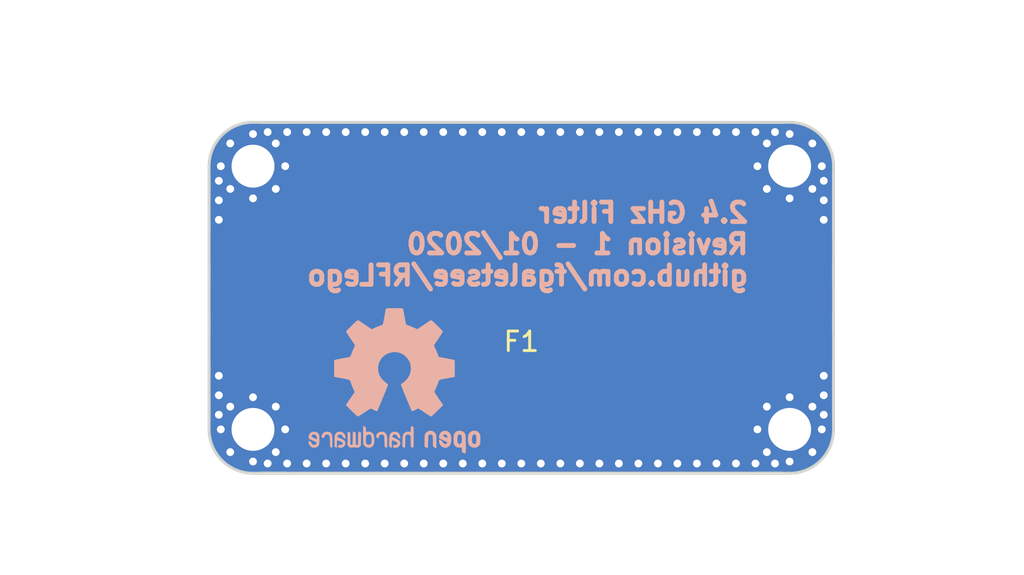
<source format=kicad_pcb>
(kicad_pcb (version 20171130) (host pcbnew "(5.1.4)-1")

  (general
    (thickness 1.6)
    (drawings 35)
    (tracks 72)
    (zones 0)
    (modules 8)
    (nets 4)
  )

  (page A4)
  (layers
    (0 F.Cu signal)
    (31 B.Cu signal)
    (32 B.Adhes user)
    (33 F.Adhes user)
    (34 B.Paste user)
    (35 F.Paste user)
    (36 B.SilkS user hide)
    (37 F.SilkS user)
    (38 B.Mask user hide)
    (39 F.Mask user hide)
    (40 Dwgs.User user)
    (41 Cmts.User user)
    (42 Eco1.User user)
    (43 Eco2.User user)
    (44 Edge.Cuts user)
    (45 Margin user)
    (46 B.CrtYd user)
    (47 F.CrtYd user)
    (48 B.Fab user)
    (49 F.Fab user hide)
  )

  (setup
    (last_trace_width 0.22)
    (trace_clearance 0.2)
    (zone_clearance 0)
    (zone_45_only no)
    (trace_min 0.2)
    (via_size 0.7)
    (via_drill 0.4)
    (via_min_size 0.6)
    (via_min_drill 0.3)
    (uvia_size 0.3)
    (uvia_drill 0.1)
    (uvias_allowed no)
    (uvia_min_size 0.2)
    (uvia_min_drill 0.1)
    (edge_width 0.15)
    (segment_width 0.15)
    (pcb_text_width 0.3)
    (pcb_text_size 1.5 1.5)
    (mod_edge_width 0.15)
    (mod_text_size 1 1)
    (mod_text_width 0.15)
    (pad_size 4.064 1.524)
    (pad_drill 0)
    (pad_to_mask_clearance 0.051)
    (solder_mask_min_width 0.25)
    (aux_axis_origin 100 100)
    (grid_origin 100 100)
    (visible_elements 7FFFFFFF)
    (pcbplotparams
      (layerselection 0x010fc_ffffffff)
      (usegerberextensions false)
      (usegerberattributes false)
      (usegerberadvancedattributes false)
      (creategerberjobfile false)
      (excludeedgelayer true)
      (linewidth 0.100000)
      (plotframeref false)
      (viasonmask false)
      (mode 1)
      (useauxorigin true)
      (hpglpennumber 1)
      (hpglpenspeed 20)
      (hpglpendiameter 15.000000)
      (psnegative false)
      (psa4output false)
      (plotreference true)
      (plotvalue true)
      (plotinvisibletext false)
      (padsonsilk false)
      (subtractmaskfromsilk false)
      (outputformat 1)
      (mirror false)
      (drillshape 0)
      (scaleselection 1)
      (outputdirectory ""))
  )

  (net 0 "")
  (net 1 GND)
  (net 2 "Net-(F1-Pad1)")
  (net 3 "Net-(F1-Pad2)")

  (net_class Default "This is the default net class."
    (clearance 0.2)
    (trace_width 0.22)
    (via_dia 0.7)
    (via_drill 0.4)
    (uvia_dia 0.3)
    (uvia_drill 0.1)
    (diff_pair_width 0.2)
    (diff_pair_gap 0.2)
    (add_net GND)
  )

  (net_class "50 Ohm thin" ""
    (clearance 0.19)
    (trace_width 1)
    (via_dia 0.7)
    (via_drill 0.4)
    (uvia_dia 0.3)
    (uvia_drill 0.1)
    (diff_pair_width 0.2)
    (diff_pair_gap 0.2)
    (add_net "Net-(F1-Pad1)")
    (add_net "Net-(F1-Pad2)")
  )

  (net_class 50Ohm ""
    (clearance 0.32)
    (trace_width 1.5)
    (via_dia 0.7)
    (via_drill 0.4)
    (uvia_dia 0.3)
    (uvia_drill 0.1)
    (diff_pair_width 0.2)
    (diff_pair_gap 0.2)
  )

  (module MountingHole:MountingHole_2.2mm_M2_Pad_Via (layer F.Cu) (tedit 5C589B5C) (tstamp 5C654A6F)
    (at 102.25 102.25)
    (descr "Mounting Hole 2.2mm, M2")
    (tags "mounting hole 2.2mm m2")
    (path /5C581276)
    (attr virtual)
    (fp_text reference H1 (at 0 -3.2) (layer F.SilkS) hide
      (effects (font (size 1 1) (thickness 0.15)))
    )
    (fp_text value MountingHole_Pad (at 0 3.2) (layer F.Fab)
      (effects (font (size 1 1) (thickness 0.15)))
    )
    (fp_text user %R (at 0.3 0) (layer F.Fab)
      (effects (font (size 1 1) (thickness 0.15)))
    )
    (fp_circle (center 0 0) (end 2.2 0) (layer Cmts.User) (width 0.15))
    (fp_circle (center 0 0) (end 2.45 0) (layer F.CrtYd) (width 0.05))
    (pad 1 thru_hole circle (at 0 0) (size 4.4 4.4) (drill 2.2) (layers *.Cu *.Mask)
      (net 1 GND))
    (pad 1 thru_hole circle (at 1.65 0) (size 0.7 0.7) (drill 0.4) (layers *.Cu *.Mask)
      (net 1 GND))
    (pad 1 thru_hole circle (at 1.166726 1.166726) (size 0.7 0.7) (drill 0.4) (layers *.Cu *.Mask)
      (net 1 GND))
    (pad 1 thru_hole circle (at 0 1.65) (size 0.7 0.7) (drill 0.4) (layers *.Cu *.Mask)
      (net 1 GND))
    (pad 1 thru_hole circle (at -1.166726 1.166726) (size 0.7 0.7) (drill 0.4) (layers *.Cu *.Mask)
      (net 1 GND))
    (pad 1 thru_hole circle (at -1.65 0) (size 0.7 0.7) (drill 0.4) (layers *.Cu *.Mask)
      (net 1 GND))
    (pad 1 thru_hole circle (at -1.166726 -1.166726) (size 0.7 0.7) (drill 0.4) (layers *.Cu *.Mask)
      (net 1 GND))
    (pad 1 thru_hole circle (at 0 -1.65) (size 0.7 0.7) (drill 0.4) (layers *.Cu *.Mask)
      (net 1 GND))
    (pad 1 thru_hole circle (at 1.166726 -1.166726) (size 0.7 0.7) (drill 0.4) (layers *.Cu *.Mask)
      (net 1 GND))
  )

  (module MountingHole:MountingHole_2.2mm_M2_Pad_Via (layer F.Cu) (tedit 5C589B60) (tstamp 5C654BAF)
    (at 102.25 115.75)
    (descr "Mounting Hole 2.2mm, M2")
    (tags "mounting hole 2.2mm m2")
    (path /5C58129C)
    (attr virtual)
    (fp_text reference H2 (at 0 -3.2) (layer F.SilkS) hide
      (effects (font (size 1 1) (thickness 0.15)))
    )
    (fp_text value MountingHole_Pad (at 0 3.2) (layer F.Fab)
      (effects (font (size 1 1) (thickness 0.15)))
    )
    (fp_circle (center 0 0) (end 2.45 0) (layer F.CrtYd) (width 0.05))
    (fp_circle (center 0 0) (end 2.2 0) (layer Cmts.User) (width 0.15))
    (fp_text user %R (at 0.3 0) (layer F.Fab)
      (effects (font (size 1 1) (thickness 0.15)))
    )
    (pad 1 thru_hole circle (at 1.166726 -1.166726) (size 0.7 0.7) (drill 0.4) (layers *.Cu *.Mask)
      (net 1 GND))
    (pad 1 thru_hole circle (at 0 -1.65) (size 0.7 0.7) (drill 0.4) (layers *.Cu *.Mask)
      (net 1 GND))
    (pad 1 thru_hole circle (at -1.166726 -1.166726) (size 0.7 0.7) (drill 0.4) (layers *.Cu *.Mask)
      (net 1 GND))
    (pad 1 thru_hole circle (at -1.65 0) (size 0.7 0.7) (drill 0.4) (layers *.Cu *.Mask)
      (net 1 GND))
    (pad 1 thru_hole circle (at -1.166726 1.166726) (size 0.7 0.7) (drill 0.4) (layers *.Cu *.Mask)
      (net 1 GND))
    (pad 1 thru_hole circle (at 0 1.65) (size 0.7 0.7) (drill 0.4) (layers *.Cu *.Mask)
      (net 1 GND))
    (pad 1 thru_hole circle (at 1.166726 1.166726) (size 0.7 0.7) (drill 0.4) (layers *.Cu *.Mask)
      (net 1 GND))
    (pad 1 thru_hole circle (at 1.65 0) (size 0.7 0.7) (drill 0.4) (layers *.Cu *.Mask)
      (net 1 GND))
    (pad 1 thru_hole circle (at 0 0) (size 4.4 4.4) (drill 2.2) (layers *.Cu *.Mask)
      (net 1 GND))
  )

  (module MountingHole:MountingHole_2.2mm_M2_Pad_Via (layer F.Cu) (tedit 5C589B6A) (tstamp 5C654A8F)
    (at 129.75 102.25)
    (descr "Mounting Hole 2.2mm, M2")
    (tags "mounting hole 2.2mm m2")
    (path /5C589BDE)
    (attr virtual)
    (fp_text reference H3 (at 0 -3.2) (layer F.SilkS) hide
      (effects (font (size 1 1) (thickness 0.15)))
    )
    (fp_text value MountingHole_Pad (at 0 3.2) (layer F.Fab)
      (effects (font (size 1 1) (thickness 0.15)))
    )
    (fp_text user %R (at 0.3 0) (layer F.Fab)
      (effects (font (size 1 1) (thickness 0.15)))
    )
    (fp_circle (center 0 0) (end 2.2 0) (layer Cmts.User) (width 0.15))
    (fp_circle (center 0 0) (end 2.45 0) (layer F.CrtYd) (width 0.05))
    (pad 1 thru_hole circle (at 0 0) (size 4.4 4.4) (drill 2.2) (layers *.Cu *.Mask)
      (net 1 GND))
    (pad 1 thru_hole circle (at 1.65 0) (size 0.7 0.7) (drill 0.4) (layers *.Cu *.Mask)
      (net 1 GND))
    (pad 1 thru_hole circle (at 1.166726 1.166726) (size 0.7 0.7) (drill 0.4) (layers *.Cu *.Mask)
      (net 1 GND))
    (pad 1 thru_hole circle (at 0 1.65) (size 0.7 0.7) (drill 0.4) (layers *.Cu *.Mask)
      (net 1 GND))
    (pad 1 thru_hole circle (at -1.166726 1.166726) (size 0.7 0.7) (drill 0.4) (layers *.Cu *.Mask)
      (net 1 GND))
    (pad 1 thru_hole circle (at -1.65 0) (size 0.7 0.7) (drill 0.4) (layers *.Cu *.Mask)
      (net 1 GND))
    (pad 1 thru_hole circle (at -1.166726 -1.166726) (size 0.7 0.7) (drill 0.4) (layers *.Cu *.Mask)
      (net 1 GND))
    (pad 1 thru_hole circle (at 0 -1.65) (size 0.7 0.7) (drill 0.4) (layers *.Cu *.Mask)
      (net 1 GND))
    (pad 1 thru_hole circle (at 1.166726 -1.166726) (size 0.7 0.7) (drill 0.4) (layers *.Cu *.Mask)
      (net 1 GND))
  )

  (module MountingHole:MountingHole_2.2mm_M2_Pad_Via (layer F.Cu) (tedit 5C589B67) (tstamp 5C654A9F)
    (at 129.75 115.75)
    (descr "Mounting Hole 2.2mm, M2")
    (tags "mounting hole 2.2mm m2")
    (path /5C589CB1)
    (attr virtual)
    (fp_text reference H4 (at 0 -3.2) (layer F.SilkS) hide
      (effects (font (size 1 1) (thickness 0.15)))
    )
    (fp_text value MountingHole_Pad (at 0 3.2) (layer F.Fab)
      (effects (font (size 1 1) (thickness 0.15)))
    )
    (fp_circle (center 0 0) (end 2.45 0) (layer F.CrtYd) (width 0.05))
    (fp_circle (center 0 0) (end 2.2 0) (layer Cmts.User) (width 0.15))
    (fp_text user %R (at 0.3 0) (layer F.Fab)
      (effects (font (size 1 1) (thickness 0.15)))
    )
    (pad 1 thru_hole circle (at 1.166726 -1.166726) (size 0.7 0.7) (drill 0.4) (layers *.Cu *.Mask)
      (net 1 GND))
    (pad 1 thru_hole circle (at 0 -1.65) (size 0.7 0.7) (drill 0.4) (layers *.Cu *.Mask)
      (net 1 GND))
    (pad 1 thru_hole circle (at -1.166726 -1.166726) (size 0.7 0.7) (drill 0.4) (layers *.Cu *.Mask)
      (net 1 GND))
    (pad 1 thru_hole circle (at -1.65 0) (size 0.7 0.7) (drill 0.4) (layers *.Cu *.Mask)
      (net 1 GND))
    (pad 1 thru_hole circle (at -1.166726 1.166726) (size 0.7 0.7) (drill 0.4) (layers *.Cu *.Mask)
      (net 1 GND))
    (pad 1 thru_hole circle (at 0 1.65) (size 0.7 0.7) (drill 0.4) (layers *.Cu *.Mask)
      (net 1 GND))
    (pad 1 thru_hole circle (at 1.166726 1.166726) (size 0.7 0.7) (drill 0.4) (layers *.Cu *.Mask)
      (net 1 GND))
    (pad 1 thru_hole circle (at 1.65 0) (size 0.7 0.7) (drill 0.4) (layers *.Cu *.Mask)
      (net 1 GND))
    (pad 1 thru_hole circle (at 0 0) (size 4.4 4.4) (drill 2.2) (layers *.Cu *.Mask)
      (net 1 GND))
  )

  (module RFLego_Footprint:SMA_Edge (layer F.Cu) (tedit 5C589B63) (tstamp 5C654AA8)
    (at 100 109)
    (path /5C58165C)
    (fp_text reference J1 (at 2.1336 4.6482) (layer F.SilkS) hide
      (effects (font (size 1 1) (thickness 0.15)))
    )
    (fp_text value SMA (at 1.27 6.35) (layer F.Fab) hide
      (effects (font (size 1 1) (thickness 0.15)))
    )
    (pad 1 smd rect (at 2.032 0) (size 4.064 1.524) (layers F.Cu F.Mask)
      (net 2 "Net-(F1-Pad1)"))
    (pad 2 smd rect (at 2.032 -2.54) (size 4.064 1.524) (layers F.Cu F.Mask)
      (net 1 GND))
    (pad 2 smd rect (at 2.032 2.54) (size 4.064 1.524) (layers B.Cu B.Mask)
      (net 1 GND))
    (pad 2 smd rect (at 2.032 -2.54) (size 4.064 1.524) (layers B.Cu B.Mask)
      (net 1 GND))
    (pad 2 smd rect (at 2.032 2.54) (size 4.064 1.524) (layers F.Cu F.Mask)
      (net 1 GND))
  )

  (module RFLego_Footprint:SMA_Edge (layer F.Cu) (tedit 5C58AA95) (tstamp 5C654AB1)
    (at 127.968 109)
    (path /5C581B40)
    (fp_text reference J2 (at 2.1336 4.6482) (layer F.SilkS) hide
      (effects (font (size 1 1) (thickness 0.15)))
    )
    (fp_text value SMA (at 1.27 6.35) (layer F.Fab) hide
      (effects (font (size 1 1) (thickness 0.15)))
    )
    (pad 2 smd rect (at 2.032 2.54) (size 4.064 1.524) (layers F.Cu F.Mask)
      (net 1 GND))
    (pad 2 smd rect (at 2.032 -2.54) (size 4.064 1.524) (layers B.Cu B.Mask)
      (net 1 GND))
    (pad 2 smd rect (at 2.032 2.54) (size 4.064 1.524) (layers B.Cu B.Mask)
      (net 1 GND))
    (pad 2 smd rect (at 2.032 -2.54) (size 4.064 1.524) (layers F.Cu F.Mask)
      (net 1 GND))
    (pad 1 smd rect (at 2.032 0) (size 4.064 1.524) (layers F.Cu F.Mask)
      (net 3 "Net-(F1-Pad2)"))
  )

  (module Symbol:OSHW-Logo2_9.8x8mm_SilkScreen (layer B.Cu) (tedit 0) (tstamp 5C71C66D)
    (at 109.5 113.25 180)
    (descr "Open Source Hardware Symbol")
    (tags "Logo Symbol OSHW")
    (attr virtual)
    (fp_text reference REF** (at 0 0 180) (layer B.SilkS) hide
      (effects (font (size 1 1) (thickness 0.15)) (justify mirror))
    )
    (fp_text value OSHW-Logo2_9.8x8mm_SilkScreen (at 0.75 0 180) (layer B.Fab) hide
      (effects (font (size 1 1) (thickness 0.15)) (justify mirror))
    )
    (fp_poly (pts (xy 0.139878 3.712224) (xy 0.245612 3.711645) (xy 0.322132 3.710078) (xy 0.374372 3.707028)
      (xy 0.407263 3.702004) (xy 0.425737 3.694511) (xy 0.434727 3.684056) (xy 0.439163 3.670147)
      (xy 0.439594 3.668346) (xy 0.446333 3.635855) (xy 0.458808 3.571748) (xy 0.475719 3.482849)
      (xy 0.495771 3.375981) (xy 0.517664 3.257967) (xy 0.518429 3.253822) (xy 0.540359 3.138169)
      (xy 0.560877 3.035986) (xy 0.578659 2.953402) (xy 0.592381 2.896544) (xy 0.600718 2.871542)
      (xy 0.601116 2.871099) (xy 0.625677 2.85889) (xy 0.676315 2.838544) (xy 0.742095 2.814455)
      (xy 0.742461 2.814326) (xy 0.825317 2.783182) (xy 0.923 2.743509) (xy 1.015077 2.703619)
      (xy 1.019434 2.701647) (xy 1.169407 2.63358) (xy 1.501498 2.860361) (xy 1.603374 2.929496)
      (xy 1.695657 2.991303) (xy 1.773003 3.042267) (xy 1.830064 3.078873) (xy 1.861495 3.097606)
      (xy 1.864479 3.098996) (xy 1.887321 3.09281) (xy 1.929982 3.062965) (xy 1.994128 3.008053)
      (xy 2.081421 2.926666) (xy 2.170535 2.840078) (xy 2.256441 2.754753) (xy 2.333327 2.676892)
      (xy 2.396564 2.611303) (xy 2.441523 2.562795) (xy 2.463576 2.536175) (xy 2.464396 2.534805)
      (xy 2.466834 2.516537) (xy 2.45765 2.486705) (xy 2.434574 2.441279) (xy 2.395337 2.37623)
      (xy 2.33767 2.28753) (xy 2.260795 2.173343) (xy 2.19257 2.072838) (xy 2.131582 1.982697)
      (xy 2.081356 1.908151) (xy 2.045416 1.854435) (xy 2.027287 1.826782) (xy 2.026146 1.824905)
      (xy 2.028359 1.79841) (xy 2.045138 1.746914) (xy 2.073142 1.680149) (xy 2.083122 1.658828)
      (xy 2.126672 1.563841) (xy 2.173134 1.456063) (xy 2.210877 1.362808) (xy 2.238073 1.293594)
      (xy 2.259675 1.240994) (xy 2.272158 1.213503) (xy 2.273709 1.211384) (xy 2.296668 1.207876)
      (xy 2.350786 1.198262) (xy 2.428868 1.183911) (xy 2.523719 1.166193) (xy 2.628143 1.146475)
      (xy 2.734944 1.126126) (xy 2.836926 1.106514) (xy 2.926894 1.089009) (xy 2.997653 1.074978)
      (xy 3.042006 1.065791) (xy 3.052885 1.063193) (xy 3.064122 1.056782) (xy 3.072605 1.042303)
      (xy 3.078714 1.014867) (xy 3.082832 0.969589) (xy 3.085341 0.90158) (xy 3.086621 0.805953)
      (xy 3.087054 0.67782) (xy 3.087077 0.625299) (xy 3.087077 0.198155) (xy 2.9845 0.177909)
      (xy 2.927431 0.16693) (xy 2.842269 0.150905) (xy 2.739372 0.131767) (xy 2.629096 0.111449)
      (xy 2.598615 0.105868) (xy 2.496855 0.086083) (xy 2.408205 0.066627) (xy 2.340108 0.049303)
      (xy 2.300004 0.035912) (xy 2.293323 0.031921) (xy 2.276919 0.003658) (xy 2.253399 -0.051109)
      (xy 2.227316 -0.121588) (xy 2.222142 -0.136769) (xy 2.187956 -0.230896) (xy 2.145523 -0.337101)
      (xy 2.103997 -0.432473) (xy 2.103792 -0.432916) (xy 2.03464 -0.582525) (xy 2.489512 -1.251617)
      (xy 2.1975 -1.544116) (xy 2.10918 -1.63117) (xy 2.028625 -1.707909) (xy 1.96036 -1.770237)
      (xy 1.908908 -1.814056) (xy 1.878794 -1.83527) (xy 1.874474 -1.836616) (xy 1.849111 -1.826016)
      (xy 1.797358 -1.796547) (xy 1.724868 -1.751705) (xy 1.637294 -1.694984) (xy 1.542612 -1.631462)
      (xy 1.446516 -1.566668) (xy 1.360837 -1.510287) (xy 1.291016 -1.465788) (xy 1.242494 -1.436639)
      (xy 1.220782 -1.426308) (xy 1.194293 -1.43505) (xy 1.144062 -1.458087) (xy 1.080451 -1.490631)
      (xy 1.073708 -1.494249) (xy 0.988046 -1.53721) (xy 0.929306 -1.558279) (xy 0.892772 -1.558503)
      (xy 0.873731 -1.538928) (xy 0.87362 -1.538654) (xy 0.864102 -1.515472) (xy 0.841403 -1.460441)
      (xy 0.807282 -1.377822) (xy 0.7635 -1.271872) (xy 0.711816 -1.146852) (xy 0.653992 -1.00702)
      (xy 0.597991 -0.871637) (xy 0.536447 -0.722234) (xy 0.479939 -0.583832) (xy 0.430161 -0.460673)
      (xy 0.388806 -0.357002) (xy 0.357568 -0.277059) (xy 0.338141 -0.225088) (xy 0.332154 -0.205692)
      (xy 0.347168 -0.183443) (xy 0.386439 -0.147982) (xy 0.438807 -0.108887) (xy 0.587941 0.014755)
      (xy 0.704511 0.156478) (xy 0.787118 0.313296) (xy 0.834366 0.482225) (xy 0.844857 0.660278)
      (xy 0.837231 0.742461) (xy 0.795682 0.912969) (xy 0.724123 1.063541) (xy 0.626995 1.192691)
      (xy 0.508734 1.298936) (xy 0.37378 1.38079) (xy 0.226571 1.436768) (xy 0.071544 1.465385)
      (xy -0.086861 1.465156) (xy -0.244206 1.434595) (xy -0.396054 1.372218) (xy -0.537965 1.27654)
      (xy -0.597197 1.222428) (xy -0.710797 1.08348) (xy -0.789894 0.931639) (xy -0.835014 0.771333)
      (xy -0.846684 0.606988) (xy -0.825431 0.443029) (xy -0.77178 0.283882) (xy -0.68626 0.133975)
      (xy -0.569395 -0.002267) (xy -0.438807 -0.108887) (xy -0.384412 -0.149642) (xy -0.345986 -0.184718)
      (xy -0.332154 -0.205726) (xy -0.339397 -0.228635) (xy -0.359995 -0.283365) (xy -0.392254 -0.365672)
      (xy -0.434479 -0.471315) (xy -0.484977 -0.59605) (xy -0.542052 -0.735636) (xy -0.598146 -0.87167)
      (xy -0.660033 -1.021201) (xy -0.717356 -1.159767) (xy -0.768356 -1.283107) (xy -0.811273 -1.386964)
      (xy -0.844347 -1.46708) (xy -0.865819 -1.519195) (xy -0.873775 -1.538654) (xy -0.892571 -1.558423)
      (xy -0.928926 -1.558365) (xy -0.987521 -1.537441) (xy -1.073032 -1.494613) (xy -1.073708 -1.494249)
      (xy -1.138093 -1.461012) (xy -1.190139 -1.436802) (xy -1.219488 -1.426404) (xy -1.220783 -1.426308)
      (xy -1.242876 -1.436855) (xy -1.291652 -1.466184) (xy -1.361669 -1.510827) (xy -1.447486 -1.567314)
      (xy -1.542612 -1.631462) (xy -1.63946 -1.696411) (xy -1.726747 -1.752896) (xy -1.798819 -1.797421)
      (xy -1.850023 -1.82649) (xy -1.874474 -1.836616) (xy -1.89699 -1.823307) (xy -1.942258 -1.786112)
      (xy -2.005756 -1.729128) (xy -2.082961 -1.656449) (xy -2.169349 -1.572171) (xy -2.197601 -1.544016)
      (xy -2.489713 -1.251416) (xy -2.267369 -0.925104) (xy -2.199798 -0.824897) (xy -2.140493 -0.734963)
      (xy -2.092783 -0.66051) (xy -2.059993 -0.606751) (xy -2.045452 -0.578894) (xy -2.045026 -0.576912)
      (xy -2.052692 -0.550655) (xy -2.073311 -0.497837) (xy -2.103315 -0.42731) (xy -2.124375 -0.380093)
      (xy -2.163752 -0.289694) (xy -2.200835 -0.198366) (xy -2.229585 -0.1212) (xy -2.237395 -0.097692)
      (xy -2.259583 -0.034916) (xy -2.281273 0.013589) (xy -2.293187 0.031921) (xy -2.319477 0.043141)
      (xy -2.376858 0.059046) (xy -2.457882 0.077833) (xy -2.555105 0.097701) (xy -2.598615 0.105868)
      (xy -2.709104 0.126171) (xy -2.815084 0.14583) (xy -2.906199 0.162912) (xy -2.972092 0.175482)
      (xy -2.9845 0.177909) (xy -3.087077 0.198155) (xy -3.087077 0.625299) (xy -3.086847 0.765754)
      (xy -3.085901 0.872021) (xy -3.083859 0.948987) (xy -3.080338 1.00154) (xy -3.074957 1.034567)
      (xy -3.067334 1.052955) (xy -3.057088 1.061592) (xy -3.052885 1.063193) (xy -3.02753 1.068873)
      (xy -2.971516 1.080205) (xy -2.892036 1.095821) (xy -2.796288 1.114353) (xy -2.691467 1.134431)
      (xy -2.584768 1.154688) (xy -2.483387 1.173754) (xy -2.394521 1.190261) (xy -2.325363 1.202841)
      (xy -2.283111 1.210125) (xy -2.27371 1.211384) (xy -2.265193 1.228237) (xy -2.24634 1.27313)
      (xy -2.220676 1.33757) (xy -2.210877 1.362808) (xy -2.171352 1.460314) (xy -2.124808 1.568041)
      (xy -2.083123 1.658828) (xy -2.05245 1.728247) (xy -2.032044 1.78529) (xy -2.025232 1.820223)
      (xy -2.026318 1.824905) (xy -2.040715 1.847009) (xy -2.073588 1.896169) (xy -2.12141 1.967152)
      (xy -2.180652 2.054722) (xy -2.247785 2.153643) (xy -2.261059 2.17317) (xy -2.338954 2.28886)
      (xy -2.396213 2.376956) (xy -2.435119 2.441514) (xy -2.457956 2.486589) (xy -2.467006 2.516237)
      (xy -2.464552 2.534515) (xy -2.464489 2.534631) (xy -2.445173 2.558639) (xy -2.402449 2.605053)
      (xy -2.340949 2.669063) (xy -2.265302 2.745855) (xy -2.180139 2.830618) (xy -2.170535 2.840078)
      (xy -2.06321 2.944011) (xy -1.980385 3.020325) (xy -1.920395 3.070429) (xy -1.881577 3.09573)
      (xy -1.86448 3.098996) (xy -1.839527 3.08475) (xy -1.787745 3.051844) (xy -1.71448 3.003792)
      (xy -1.62508 2.94411) (xy -1.524889 2.876312) (xy -1.501499 2.860361) (xy -1.169407 2.63358)
      (xy -1.019435 2.701647) (xy -0.92823 2.741315) (xy -0.830331 2.781209) (xy -0.746169 2.813017)
      (xy -0.742462 2.814326) (xy -0.676631 2.838424) (xy -0.625884 2.8588) (xy -0.601158 2.871064)
      (xy -0.601116 2.871099) (xy -0.593271 2.893266) (xy -0.579934 2.947783) (xy -0.56243 3.02852)
      (xy -0.542083 3.12935) (xy -0.520218 3.244144) (xy -0.518429 3.253822) (xy -0.496496 3.372096)
      (xy -0.47636 3.479458) (xy -0.45932 3.569083) (xy -0.446672 3.634149) (xy -0.439716 3.667832)
      (xy -0.439594 3.668346) (xy -0.435361 3.682675) (xy -0.427129 3.693493) (xy -0.409967 3.701294)
      (xy -0.378942 3.706571) (xy -0.329122 3.709818) (xy -0.255576 3.711528) (xy -0.153371 3.712193)
      (xy -0.017575 3.712307) (xy 0 3.712308) (xy 0.139878 3.712224)) (layer B.SilkS) (width 0.01))
    (fp_poly (pts (xy 4.245224 -2.647838) (xy 4.322528 -2.698361) (xy 4.359814 -2.74359) (xy 4.389353 -2.825663)
      (xy 4.391699 -2.890607) (xy 4.386385 -2.977445) (xy 4.186115 -3.065103) (xy 4.088739 -3.109887)
      (xy 4.025113 -3.145913) (xy 3.992029 -3.177117) (xy 3.98628 -3.207436) (xy 4.004658 -3.240805)
      (xy 4.024923 -3.262923) (xy 4.083889 -3.298393) (xy 4.148024 -3.300879) (xy 4.206926 -3.273235)
      (xy 4.250197 -3.21832) (xy 4.257936 -3.198928) (xy 4.295006 -3.138364) (xy 4.337654 -3.112552)
      (xy 4.396154 -3.090471) (xy 4.396154 -3.174184) (xy 4.390982 -3.23115) (xy 4.370723 -3.279189)
      (xy 4.328262 -3.334346) (xy 4.321951 -3.341514) (xy 4.27472 -3.390585) (xy 4.234121 -3.41692)
      (xy 4.183328 -3.429035) (xy 4.14122 -3.433003) (xy 4.065902 -3.433991) (xy 4.012286 -3.421466)
      (xy 3.978838 -3.402869) (xy 3.926268 -3.361975) (xy 3.889879 -3.317748) (xy 3.86685 -3.262126)
      (xy 3.854359 -3.187047) (xy 3.849587 -3.084449) (xy 3.849206 -3.032376) (xy 3.850501 -2.969948)
      (xy 3.968471 -2.969948) (xy 3.969839 -3.003438) (xy 3.973249 -3.008923) (xy 3.995753 -3.001472)
      (xy 4.044182 -2.981753) (xy 4.108908 -2.953718) (xy 4.122443 -2.947692) (xy 4.204244 -2.906096)
      (xy 4.249312 -2.869538) (xy 4.259217 -2.835296) (xy 4.235526 -2.800648) (xy 4.21596 -2.785339)
      (xy 4.14536 -2.754721) (xy 4.07928 -2.75978) (xy 4.023959 -2.797151) (xy 3.985636 -2.863473)
      (xy 3.973349 -2.916116) (xy 3.968471 -2.969948) (xy 3.850501 -2.969948) (xy 3.85173 -2.91072)
      (xy 3.861032 -2.82071) (xy 3.87946 -2.755167) (xy 3.90936 -2.706912) (xy 3.95308 -2.668767)
      (xy 3.972141 -2.65644) (xy 4.058726 -2.624336) (xy 4.153522 -2.622316) (xy 4.245224 -2.647838)) (layer B.SilkS) (width 0.01))
    (fp_poly (pts (xy 3.570807 -2.636782) (xy 3.594161 -2.646988) (xy 3.649902 -2.691134) (xy 3.697569 -2.754967)
      (xy 3.727048 -2.823087) (xy 3.731846 -2.85667) (xy 3.71576 -2.903556) (xy 3.680475 -2.928365)
      (xy 3.642644 -2.943387) (xy 3.625321 -2.946155) (xy 3.616886 -2.926066) (xy 3.60023 -2.882351)
      (xy 3.592923 -2.862598) (xy 3.551948 -2.794271) (xy 3.492622 -2.760191) (xy 3.416552 -2.761239)
      (xy 3.410918 -2.762581) (xy 3.370305 -2.781836) (xy 3.340448 -2.819375) (xy 3.320055 -2.879809)
      (xy 3.307836 -2.967751) (xy 3.3025 -3.087813) (xy 3.302 -3.151698) (xy 3.301752 -3.252403)
      (xy 3.300126 -3.321054) (xy 3.295801 -3.364673) (xy 3.287454 -3.390282) (xy 3.273765 -3.404903)
      (xy 3.253411 -3.415558) (xy 3.252234 -3.416095) (xy 3.213038 -3.432667) (xy 3.193619 -3.438769)
      (xy 3.190635 -3.420319) (xy 3.188081 -3.369323) (xy 3.18614 -3.292308) (xy 3.184997 -3.195805)
      (xy 3.184769 -3.125184) (xy 3.185932 -2.988525) (xy 3.190479 -2.884851) (xy 3.199999 -2.808108)
      (xy 3.216081 -2.752246) (xy 3.240313 -2.711212) (xy 3.274286 -2.678954) (xy 3.307833 -2.65644)
      (xy 3.388499 -2.626476) (xy 3.482381 -2.619718) (xy 3.570807 -2.636782)) (layer B.SilkS) (width 0.01))
    (fp_poly (pts (xy 2.887333 -2.633528) (xy 2.94359 -2.659117) (xy 2.987747 -2.690124) (xy 3.020101 -2.724795)
      (xy 3.042438 -2.76952) (xy 3.056546 -2.830692) (xy 3.064211 -2.914701) (xy 3.06722 -3.02794)
      (xy 3.067538 -3.102509) (xy 3.067538 -3.39342) (xy 3.017773 -3.416095) (xy 2.978576 -3.432667)
      (xy 2.959157 -3.438769) (xy 2.955442 -3.42061) (xy 2.952495 -3.371648) (xy 2.950691 -3.300153)
      (xy 2.950308 -3.243385) (xy 2.948661 -3.161371) (xy 2.944222 -3.096309) (xy 2.93774 -3.056467)
      (xy 2.93259 -3.048) (xy 2.897977 -3.056646) (xy 2.84364 -3.078823) (xy 2.780722 -3.108886)
      (xy 2.720368 -3.141192) (xy 2.673721 -3.170098) (xy 2.651926 -3.189961) (xy 2.651839 -3.190175)
      (xy 2.653714 -3.226935) (xy 2.670525 -3.262026) (xy 2.700039 -3.290528) (xy 2.743116 -3.300061)
      (xy 2.779932 -3.29895) (xy 2.832074 -3.298133) (xy 2.859444 -3.310349) (xy 2.875882 -3.342624)
      (xy 2.877955 -3.34871) (xy 2.885081 -3.394739) (xy 2.866024 -3.422687) (xy 2.816353 -3.436007)
      (xy 2.762697 -3.43847) (xy 2.666142 -3.42021) (xy 2.616159 -3.394131) (xy 2.554429 -3.332868)
      (xy 2.52169 -3.25767) (xy 2.518753 -3.178211) (xy 2.546424 -3.104167) (xy 2.588047 -3.057769)
      (xy 2.629604 -3.031793) (xy 2.694922 -2.998907) (xy 2.771038 -2.965557) (xy 2.783726 -2.960461)
      (xy 2.867333 -2.923565) (xy 2.91553 -2.891046) (xy 2.93103 -2.858718) (xy 2.91655 -2.822394)
      (xy 2.891692 -2.794) (xy 2.832939 -2.759039) (xy 2.768293 -2.756417) (xy 2.709008 -2.783358)
      (xy 2.666339 -2.837088) (xy 2.660739 -2.85095) (xy 2.628133 -2.901936) (xy 2.58053 -2.939787)
      (xy 2.520461 -2.97085) (xy 2.520461 -2.882768) (xy 2.523997 -2.828951) (xy 2.539156 -2.786534)
      (xy 2.572768 -2.741279) (xy 2.605035 -2.70642) (xy 2.655209 -2.657062) (xy 2.694193 -2.630547)
      (xy 2.736064 -2.619911) (xy 2.78346 -2.618154) (xy 2.887333 -2.633528)) (layer B.SilkS) (width 0.01))
    (fp_poly (pts (xy 2.395929 -2.636662) (xy 2.398911 -2.688068) (xy 2.401247 -2.766192) (xy 2.402749 -2.864857)
      (xy 2.403231 -2.968343) (xy 2.403231 -3.318533) (xy 2.341401 -3.380363) (xy 2.298793 -3.418462)
      (xy 2.26139 -3.433895) (xy 2.21027 -3.432918) (xy 2.189978 -3.430433) (xy 2.126554 -3.4232)
      (xy 2.074095 -3.419055) (xy 2.061308 -3.418672) (xy 2.018199 -3.421176) (xy 1.956544 -3.427462)
      (xy 1.932638 -3.430433) (xy 1.873922 -3.435028) (xy 1.834464 -3.425046) (xy 1.795338 -3.394228)
      (xy 1.781215 -3.380363) (xy 1.719385 -3.318533) (xy 1.719385 -2.663503) (xy 1.76915 -2.640829)
      (xy 1.812002 -2.624034) (xy 1.837073 -2.618154) (xy 1.843501 -2.636736) (xy 1.849509 -2.688655)
      (xy 1.854697 -2.768172) (xy 1.858664 -2.869546) (xy 1.860577 -2.955192) (xy 1.865923 -3.292231)
      (xy 1.91256 -3.298825) (xy 1.954976 -3.294214) (xy 1.97576 -3.279287) (xy 1.98157 -3.251377)
      (xy 1.98653 -3.191925) (xy 1.990246 -3.108466) (xy 1.992324 -3.008532) (xy 1.992624 -2.957104)
      (xy 1.992923 -2.661054) (xy 2.054454 -2.639604) (xy 2.098004 -2.62502) (xy 2.121694 -2.618219)
      (xy 2.122377 -2.618154) (xy 2.124754 -2.636642) (xy 2.127366 -2.687906) (xy 2.129995 -2.765649)
      (xy 2.132421 -2.863574) (xy 2.134115 -2.955192) (xy 2.139461 -3.292231) (xy 2.256692 -3.292231)
      (xy 2.262072 -2.984746) (xy 2.267451 -2.677261) (xy 2.324601 -2.647707) (xy 2.366797 -2.627413)
      (xy 2.39177 -2.618204) (xy 2.392491 -2.618154) (xy 2.395929 -2.636662)) (layer B.SilkS) (width 0.01))
    (fp_poly (pts (xy 1.602081 -2.780289) (xy 1.601833 -2.92632) (xy 1.600872 -3.038655) (xy 1.598794 -3.122678)
      (xy 1.595193 -3.183769) (xy 1.589665 -3.227309) (xy 1.581804 -3.258679) (xy 1.571207 -3.283262)
      (xy 1.563182 -3.297294) (xy 1.496728 -3.373388) (xy 1.41247 -3.421084) (xy 1.319249 -3.438199)
      (xy 1.2259 -3.422546) (xy 1.170312 -3.394418) (xy 1.111957 -3.34576) (xy 1.072186 -3.286333)
      (xy 1.04819 -3.208507) (xy 1.037161 -3.104652) (xy 1.035599 -3.028462) (xy 1.035809 -3.022986)
      (xy 1.172308 -3.022986) (xy 1.173141 -3.110355) (xy 1.176961 -3.168192) (xy 1.185746 -3.206029)
      (xy 1.201474 -3.233398) (xy 1.220266 -3.254042) (xy 1.283375 -3.29389) (xy 1.351137 -3.297295)
      (xy 1.415179 -3.264025) (xy 1.420164 -3.259517) (xy 1.441439 -3.236067) (xy 1.454779 -3.208166)
      (xy 1.462001 -3.166641) (xy 1.464923 -3.102316) (xy 1.465385 -3.0312) (xy 1.464383 -2.941858)
      (xy 1.460238 -2.882258) (xy 1.451236 -2.843089) (xy 1.435667 -2.81504) (xy 1.422902 -2.800144)
      (xy 1.3636 -2.762575) (xy 1.295301 -2.758057) (xy 1.23011 -2.786753) (xy 1.217528 -2.797406)
      (xy 1.196111 -2.821063) (xy 1.182744 -2.849251) (xy 1.175566 -2.891245) (xy 1.172719 -2.956319)
      (xy 1.172308 -3.022986) (xy 1.035809 -3.022986) (xy 1.040322 -2.905765) (xy 1.056362 -2.813577)
      (xy 1.086528 -2.744269) (xy 1.133629 -2.690211) (xy 1.170312 -2.662505) (xy 1.23699 -2.632572)
      (xy 1.314272 -2.618678) (xy 1.38611 -2.622397) (xy 1.426308 -2.6374) (xy 1.442082 -2.64167)
      (xy 1.45255 -2.62575) (xy 1.459856 -2.583089) (xy 1.465385 -2.518106) (xy 1.471437 -2.445732)
      (xy 1.479844 -2.402187) (xy 1.495141 -2.377287) (xy 1.521864 -2.360845) (xy 1.538654 -2.353564)
      (xy 1.602154 -2.326963) (xy 1.602081 -2.780289)) (layer B.SilkS) (width 0.01))
    (fp_poly (pts (xy 0.713362 -2.62467) (xy 0.802117 -2.657421) (xy 0.874022 -2.71535) (xy 0.902144 -2.756128)
      (xy 0.932802 -2.830954) (xy 0.932165 -2.885058) (xy 0.899987 -2.921446) (xy 0.888081 -2.927633)
      (xy 0.836675 -2.946925) (xy 0.810422 -2.941982) (xy 0.80153 -2.909587) (xy 0.801077 -2.891692)
      (xy 0.784797 -2.825859) (xy 0.742365 -2.779807) (xy 0.683388 -2.757564) (xy 0.617475 -2.763161)
      (xy 0.563895 -2.792229) (xy 0.545798 -2.80881) (xy 0.532971 -2.828925) (xy 0.524306 -2.859332)
      (xy 0.518696 -2.906788) (xy 0.515035 -2.97805) (xy 0.512215 -3.079875) (xy 0.511484 -3.112115)
      (xy 0.50882 -3.22241) (xy 0.505792 -3.300036) (xy 0.50125 -3.351396) (xy 0.494046 -3.38289)
      (xy 0.483033 -3.40092) (xy 0.46706 -3.411888) (xy 0.456834 -3.416733) (xy 0.413406 -3.433301)
      (xy 0.387842 -3.438769) (xy 0.379395 -3.420507) (xy 0.374239 -3.365296) (xy 0.372346 -3.272499)
      (xy 0.373689 -3.141478) (xy 0.374107 -3.121269) (xy 0.377058 -3.001733) (xy 0.380548 -2.914449)
      (xy 0.385514 -2.852591) (xy 0.392893 -2.809336) (xy 0.403624 -2.77786) (xy 0.418645 -2.751339)
      (xy 0.426502 -2.739975) (xy 0.471553 -2.689692) (xy 0.52194 -2.650581) (xy 0.528108 -2.647167)
      (xy 0.618458 -2.620212) (xy 0.713362 -2.62467)) (layer B.SilkS) (width 0.01))
    (fp_poly (pts (xy 0.053501 -2.626303) (xy 0.13006 -2.654733) (xy 0.130936 -2.655279) (xy 0.178285 -2.690127)
      (xy 0.213241 -2.730852) (xy 0.237825 -2.783925) (xy 0.254062 -2.855814) (xy 0.263975 -2.952992)
      (xy 0.269586 -3.081928) (xy 0.270077 -3.100298) (xy 0.277141 -3.377287) (xy 0.217695 -3.408028)
      (xy 0.174681 -3.428802) (xy 0.14871 -3.438646) (xy 0.147509 -3.438769) (xy 0.143014 -3.420606)
      (xy 0.139444 -3.371612) (xy 0.137248 -3.300031) (xy 0.136769 -3.242068) (xy 0.136758 -3.14817)
      (xy 0.132466 -3.089203) (xy 0.117503 -3.061079) (xy 0.085482 -3.059706) (xy 0.030014 -3.080998)
      (xy -0.053731 -3.120136) (xy -0.115311 -3.152643) (xy -0.146983 -3.180845) (xy -0.156294 -3.211582)
      (xy -0.156308 -3.213104) (xy -0.140943 -3.266054) (xy -0.095453 -3.29466) (xy -0.025834 -3.298803)
      (xy 0.024313 -3.298084) (xy 0.050754 -3.312527) (xy 0.067243 -3.347218) (xy 0.076733 -3.391416)
      (xy 0.063057 -3.416493) (xy 0.057907 -3.420082) (xy 0.009425 -3.434496) (xy -0.058469 -3.436537)
      (xy -0.128388 -3.426983) (xy -0.177932 -3.409522) (xy -0.24643 -3.351364) (xy -0.285366 -3.270408)
      (xy -0.293077 -3.20716) (xy -0.287193 -3.150111) (xy -0.265899 -3.103542) (xy -0.223735 -3.062181)
      (xy -0.155241 -3.020755) (xy -0.054956 -2.973993) (xy -0.048846 -2.97135) (xy 0.04149 -2.929617)
      (xy 0.097235 -2.895391) (xy 0.121129 -2.864635) (xy 0.115913 -2.833311) (xy 0.084328 -2.797383)
      (xy 0.074883 -2.789116) (xy 0.011617 -2.757058) (xy -0.053936 -2.758407) (xy -0.111028 -2.789838)
      (xy -0.148907 -2.848024) (xy -0.152426 -2.859446) (xy -0.1867 -2.914837) (xy -0.230191 -2.941518)
      (xy -0.293077 -2.96796) (xy -0.293077 -2.899548) (xy -0.273948 -2.80011) (xy -0.217169 -2.708902)
      (xy -0.187622 -2.678389) (xy -0.120458 -2.639228) (xy -0.035044 -2.6215) (xy 0.053501 -2.626303)) (layer B.SilkS) (width 0.01))
    (fp_poly (pts (xy -0.840154 -2.49212) (xy -0.834428 -2.57198) (xy -0.827851 -2.619039) (xy -0.818738 -2.639566)
      (xy -0.805402 -2.639829) (xy -0.801077 -2.637378) (xy -0.743556 -2.619636) (xy -0.668732 -2.620672)
      (xy -0.592661 -2.63891) (xy -0.545082 -2.662505) (xy -0.496298 -2.700198) (xy -0.460636 -2.742855)
      (xy -0.436155 -2.797057) (xy -0.420913 -2.869384) (xy -0.41297 -2.966419) (xy -0.410384 -3.094742)
      (xy -0.410338 -3.119358) (xy -0.410308 -3.39587) (xy -0.471839 -3.41732) (xy -0.515541 -3.431912)
      (xy -0.539518 -3.438706) (xy -0.540223 -3.438769) (xy -0.542585 -3.420345) (xy -0.544594 -3.369526)
      (xy -0.546099 -3.292993) (xy -0.546947 -3.19743) (xy -0.547077 -3.139329) (xy -0.547349 -3.024771)
      (xy -0.548748 -2.942667) (xy -0.552151 -2.886393) (xy -0.558433 -2.849326) (xy -0.568471 -2.824844)
      (xy -0.583139 -2.806325) (xy -0.592298 -2.797406) (xy -0.655211 -2.761466) (xy -0.723864 -2.758775)
      (xy -0.786152 -2.78917) (xy -0.797671 -2.800144) (xy -0.814567 -2.820779) (xy -0.826286 -2.845256)
      (xy -0.833767 -2.880647) (xy -0.837946 -2.934026) (xy -0.839763 -3.012466) (xy -0.840154 -3.120617)
      (xy -0.840154 -3.39587) (xy -0.901685 -3.41732) (xy -0.945387 -3.431912) (xy -0.969364 -3.438706)
      (xy -0.97007 -3.438769) (xy -0.971874 -3.420069) (xy -0.9735 -3.367322) (xy -0.974883 -3.285557)
      (xy -0.975958 -3.179805) (xy -0.97666 -3.055094) (xy -0.976923 -2.916455) (xy -0.976923 -2.381806)
      (xy -0.849923 -2.328236) (xy -0.840154 -2.49212)) (layer B.SilkS) (width 0.01))
    (fp_poly (pts (xy -2.465746 -2.599745) (xy -2.388714 -2.651567) (xy -2.329184 -2.726412) (xy -2.293622 -2.821654)
      (xy -2.286429 -2.891756) (xy -2.287246 -2.921009) (xy -2.294086 -2.943407) (xy -2.312888 -2.963474)
      (xy -2.349592 -2.985733) (xy -2.410138 -3.014709) (xy -2.500466 -3.054927) (xy -2.500923 -3.055129)
      (xy -2.584067 -3.09321) (xy -2.652247 -3.127025) (xy -2.698495 -3.152933) (xy -2.715842 -3.167295)
      (xy -2.715846 -3.167411) (xy -2.700557 -3.198685) (xy -2.664804 -3.233157) (xy -2.623758 -3.25799)
      (xy -2.602963 -3.262923) (xy -2.54623 -3.245862) (xy -2.497373 -3.203133) (xy -2.473535 -3.156155)
      (xy -2.450603 -3.121522) (xy -2.405682 -3.082081) (xy -2.352877 -3.048009) (xy -2.30629 -3.02948)
      (xy -2.296548 -3.028462) (xy -2.285582 -3.045215) (xy -2.284921 -3.088039) (xy -2.29298 -3.145781)
      (xy -2.308173 -3.207289) (xy -2.328914 -3.261409) (xy -2.329962 -3.26351) (xy -2.392379 -3.35066)
      (xy -2.473274 -3.409939) (xy -2.565144 -3.439034) (xy -2.660487 -3.435634) (xy -2.751802 -3.397428)
      (xy -2.755862 -3.394741) (xy -2.827694 -3.329642) (xy -2.874927 -3.244705) (xy -2.901066 -3.133021)
      (xy -2.904574 -3.101643) (xy -2.910787 -2.953536) (xy -2.903339 -2.884468) (xy -2.715846 -2.884468)
      (xy -2.71341 -2.927552) (xy -2.700086 -2.940126) (xy -2.666868 -2.930719) (xy -2.614506 -2.908483)
      (xy -2.555976 -2.88061) (xy -2.554521 -2.879872) (xy -2.504911 -2.853777) (xy -2.485 -2.836363)
      (xy -2.48991 -2.818107) (xy -2.510584 -2.79412) (xy -2.563181 -2.759406) (xy -2.619823 -2.756856)
      (xy -2.670631 -2.782119) (xy -2.705724 -2.830847) (xy -2.715846 -2.884468) (xy -2.903339 -2.884468)
      (xy -2.898008 -2.835036) (xy -2.865222 -2.741055) (xy -2.819579 -2.675215) (xy -2.737198 -2.608681)
      (xy -2.646454 -2.575676) (xy -2.553815 -2.573573) (xy -2.465746 -2.599745)) (layer B.SilkS) (width 0.01))
    (fp_poly (pts (xy -3.983114 -2.587256) (xy -3.891536 -2.635409) (xy -3.823951 -2.712905) (xy -3.799943 -2.762727)
      (xy -3.781262 -2.837533) (xy -3.771699 -2.932052) (xy -3.770792 -3.03521) (xy -3.778079 -3.135935)
      (xy -3.793097 -3.223153) (xy -3.815385 -3.285791) (xy -3.822235 -3.296579) (xy -3.903368 -3.377105)
      (xy -3.999734 -3.425336) (xy -4.104299 -3.43945) (xy -4.210032 -3.417629) (xy -4.239457 -3.404547)
      (xy -4.296759 -3.364231) (xy -4.34705 -3.310775) (xy -4.351803 -3.303995) (xy -4.371122 -3.271321)
      (xy -4.383892 -3.236394) (xy -4.391436 -3.190414) (xy -4.395076 -3.124584) (xy -4.396135 -3.030105)
      (xy -4.396154 -3.008923) (xy -4.396106 -3.002182) (xy -4.200769 -3.002182) (xy -4.199632 -3.091349)
      (xy -4.195159 -3.15052) (xy -4.185754 -3.188741) (xy -4.169824 -3.215053) (xy -4.161692 -3.223846)
      (xy -4.114942 -3.257261) (xy -4.069553 -3.255737) (xy -4.02366 -3.226752) (xy -3.996288 -3.195809)
      (xy -3.980077 -3.150643) (xy -3.970974 -3.07942) (xy -3.970349 -3.071114) (xy -3.968796 -2.942037)
      (xy -3.985035 -2.846172) (xy -4.018848 -2.784107) (xy -4.070016 -2.756432) (xy -4.08828 -2.754923)
      (xy -4.13624 -2.762513) (xy -4.169047 -2.788808) (xy -4.189105 -2.839095) (xy -4.198822 -2.918664)
      (xy -4.200769 -3.002182) (xy -4.396106 -3.002182) (xy -4.395426 -2.908249) (xy -4.392371 -2.837906)
      (xy -4.385678 -2.789163) (xy -4.37404 -2.753288) (xy -4.356147 -2.721548) (xy -4.352192 -2.715648)
      (xy -4.285733 -2.636104) (xy -4.213315 -2.589929) (xy -4.125151 -2.571599) (xy -4.095213 -2.570703)
      (xy -3.983114 -2.587256)) (layer B.SilkS) (width 0.01))
    (fp_poly (pts (xy -1.728336 -2.595089) (xy -1.665633 -2.631358) (xy -1.622039 -2.667358) (xy -1.590155 -2.705075)
      (xy -1.56819 -2.751199) (xy -1.554351 -2.812421) (xy -1.546847 -2.895431) (xy -1.543883 -3.006919)
      (xy -1.543539 -3.087062) (xy -1.543539 -3.382065) (xy -1.709615 -3.456515) (xy -1.719385 -3.133402)
      (xy -1.723421 -3.012729) (xy -1.727656 -2.925141) (xy -1.732903 -2.86465) (xy -1.739975 -2.825268)
      (xy -1.749689 -2.801007) (xy -1.762856 -2.78588) (xy -1.767081 -2.782606) (xy -1.831091 -2.757034)
      (xy -1.895792 -2.767153) (xy -1.934308 -2.794) (xy -1.949975 -2.813024) (xy -1.96082 -2.837988)
      (xy -1.967712 -2.875834) (xy -1.971521 -2.933502) (xy -1.973117 -3.017935) (xy -1.973385 -3.105928)
      (xy -1.973437 -3.216323) (xy -1.975328 -3.294463) (xy -1.981655 -3.347165) (xy -1.995017 -3.381242)
      (xy -2.018015 -3.403511) (xy -2.053246 -3.420787) (xy -2.100303 -3.438738) (xy -2.151697 -3.458278)
      (xy -2.145579 -3.111485) (xy -2.143116 -2.986468) (xy -2.140233 -2.894082) (xy -2.136102 -2.827881)
      (xy -2.129893 -2.78142) (xy -2.120774 -2.748256) (xy -2.107917 -2.721944) (xy -2.092416 -2.698729)
      (xy -2.017629 -2.624569) (xy -1.926372 -2.581684) (xy -1.827117 -2.571412) (xy -1.728336 -2.595089)) (layer B.SilkS) (width 0.01))
    (fp_poly (pts (xy -3.231114 -2.584505) (xy -3.156461 -2.621727) (xy -3.090569 -2.690261) (xy -3.072423 -2.715648)
      (xy -3.052655 -2.748866) (xy -3.039828 -2.784945) (xy -3.03249 -2.833098) (xy -3.029187 -2.902536)
      (xy -3.028462 -2.994206) (xy -3.031737 -3.11983) (xy -3.043123 -3.214154) (xy -3.064959 -3.284523)
      (xy -3.099581 -3.338286) (xy -3.14933 -3.382788) (xy -3.152986 -3.385423) (xy -3.202015 -3.412377)
      (xy -3.261055 -3.425712) (xy -3.336141 -3.429) (xy -3.458205 -3.429) (xy -3.458256 -3.547497)
      (xy -3.459392 -3.613492) (xy -3.466314 -3.652202) (xy -3.484402 -3.675419) (xy -3.519038 -3.694933)
      (xy -3.527355 -3.69892) (xy -3.56628 -3.717603) (xy -3.596417 -3.729403) (xy -3.618826 -3.730422)
      (xy -3.634567 -3.716761) (xy -3.644698 -3.684522) (xy -3.650277 -3.629804) (xy -3.652365 -3.548711)
      (xy -3.652019 -3.437344) (xy -3.6503 -3.291802) (xy -3.649763 -3.248269) (xy -3.647828 -3.098205)
      (xy -3.646096 -3.000042) (xy -3.458308 -3.000042) (xy -3.457252 -3.083364) (xy -3.452562 -3.13788)
      (xy -3.441949 -3.173837) (xy -3.423128 -3.201482) (xy -3.41035 -3.214965) (xy -3.35811 -3.254417)
      (xy -3.311858 -3.257628) (xy -3.264133 -3.225049) (xy -3.262923 -3.223846) (xy -3.243506 -3.198668)
      (xy -3.231693 -3.164447) (xy -3.225735 -3.111748) (xy -3.22388 -3.031131) (xy -3.223846 -3.013271)
      (xy -3.22833 -2.902175) (xy -3.242926 -2.825161) (xy -3.26935 -2.778147) (xy -3.309317 -2.75705)
      (xy -3.332416 -2.754923) (xy -3.387238 -2.7649) (xy -3.424842 -2.797752) (xy -3.447477 -2.857857)
      (xy -3.457394 -2.949598) (xy -3.458308 -3.000042) (xy -3.646096 -3.000042) (xy -3.645778 -2.98206)
      (xy -3.643127 -2.894679) (xy -3.639394 -2.830905) (xy -3.634093 -2.785582) (xy -3.626742 -2.753555)
      (xy -3.616857 -2.729668) (xy -3.603954 -2.708764) (xy -3.598421 -2.700898) (xy -3.525031 -2.626595)
      (xy -3.43224 -2.584467) (xy -3.324904 -2.572722) (xy -3.231114 -2.584505)) (layer B.SilkS) (width 0.01))
  )

  (module RFLego_Footprint:DEA162450BT (layer F.Cu) (tedit 5E26100D) (tstamp 5E26B80A)
    (at 115.1 109.05)
    (path /5E262509)
    (fp_text reference F1 (at 0.9 2.2) (layer F.SilkS)
      (effects (font (size 1 1) (thickness 0.15)))
    )
    (fp_text value Filter (at 0 -1.4) (layer F.Fab)
      (effects (font (size 1 1) (thickness 0.15)))
    )
    (pad 1 smd rect (at 0 0) (size 0.5 0.3) (layers F.Cu F.Paste F.Mask)
      (net 2 "Net-(F1-Pad1)"))
    (pad 3 smd rect (at 0.85 0.45) (size 0.8 0.5) (layers F.Cu F.Paste F.Mask)
      (net 1 GND))
    (pad 3 smd rect (at 0.85 -0.45) (size 0.8 0.5) (layers F.Cu F.Paste F.Mask)
      (net 1 GND))
    (pad 2 smd rect (at 1.7 0) (size 0.5 0.3) (layers F.Cu F.Paste F.Mask)
      (net 3 "Net-(F1-Pad2)"))
  )

  (dimension 18 (width 0.3) (layer Cmts.User)
    (gr_text "18.000 mm" (at 139.85 109 270) (layer Cmts.User)
      (effects (font (size 1.5 1.5) (thickness 0.3)))
    )
    (feature1 (pts (xy 129.75 118) (xy 138.336421 118)))
    (feature2 (pts (xy 129.75 100) (xy 138.336421 100)))
    (crossbar (pts (xy 137.75 100) (xy 137.75 118)))
    (arrow1a (pts (xy 137.75 118) (xy 137.163579 116.873496)))
    (arrow1b (pts (xy 137.75 118) (xy 138.336421 116.873496)))
    (arrow2a (pts (xy 137.75 100) (xy 137.163579 101.126504)))
    (arrow2b (pts (xy 137.75 100) (xy 138.336421 101.126504)))
  )
  (dimension 32 (width 0.3) (layer Cmts.User)
    (gr_text "32.000 mm" (at 116 124.6) (layer Cmts.User)
      (effects (font (size 1.5 1.5) (thickness 0.3)))
    )
    (feature1 (pts (xy 132 115.75) (xy 132 123.086421)))
    (feature2 (pts (xy 100 115.75) (xy 100 123.086421)))
    (crossbar (pts (xy 100 122.5) (xy 132 122.5)))
    (arrow1a (pts (xy 132 122.5) (xy 130.873496 123.086421)))
    (arrow1b (pts (xy 132 122.5) (xy 130.873496 121.913579)))
    (arrow2a (pts (xy 100 122.5) (xy 101.126504 123.086421)))
    (arrow2b (pts (xy 100 122.5) (xy 101.126504 121.913579)))
  )
  (dimension 2.25 (width 0.25) (layer Dwgs.User)
    (gr_text "2.25 mm" (at 93 116.875 90) (layer Dwgs.User)
      (effects (font (size 1 1) (thickness 0.25)))
    )
    (feature1 (pts (xy 102.25 115.75) (xy 93.913579 115.75)))
    (feature2 (pts (xy 102.25 118) (xy 93.913579 118)))
    (crossbar (pts (xy 94.5 118) (xy 94.5 115.75)))
    (arrow1a (pts (xy 94.5 115.75) (xy 95.086421 116.876504)))
    (arrow1b (pts (xy 94.5 115.75) (xy 93.913579 116.876504)))
    (arrow2a (pts (xy 94.5 118) (xy 95.086421 116.873496)))
    (arrow2b (pts (xy 94.5 118) (xy 93.913579 116.873496)))
  )
  (dimension 13.5 (width 0.25) (layer Dwgs.User)
    (gr_text "13.50 mm" (at 93 109 90) (layer Dwgs.User)
      (effects (font (size 1 1) (thickness 0.25)))
    )
    (feature1 (pts (xy 102.25 102.25) (xy 93.913579 102.25)))
    (feature2 (pts (xy 102.25 115.75) (xy 93.913579 115.75)))
    (crossbar (pts (xy 94.5 115.75) (xy 94.5 102.25)))
    (arrow1a (pts (xy 94.5 102.25) (xy 95.086421 103.376504)))
    (arrow1b (pts (xy 94.5 102.25) (xy 93.913579 103.376504)))
    (arrow2a (pts (xy 94.5 115.75) (xy 95.086421 114.623496)))
    (arrow2b (pts (xy 94.5 115.75) (xy 93.913579 114.623496)))
  )
  (dimension 2.25 (width 0.25) (layer Dwgs.User)
    (gr_text "2.25 mm" (at 93 101.125 90) (layer Dwgs.User)
      (effects (font (size 1 1) (thickness 0.25)))
    )
    (feature1 (pts (xy 102.25 100) (xy 93.913579 100)))
    (feature2 (pts (xy 102.25 102.25) (xy 93.913579 102.25)))
    (crossbar (pts (xy 94.5 102.25) (xy 94.5 100)))
    (arrow1a (pts (xy 94.5 100) (xy 95.086421 101.126504)))
    (arrow1b (pts (xy 94.5 100) (xy 93.913579 101.126504)))
    (arrow2a (pts (xy 94.5 102.25) (xy 95.086421 101.123496)))
    (arrow2b (pts (xy 94.5 102.25) (xy 93.913579 101.123496)))
  )
  (dimension 27.5 (width 0.25) (layer Dwgs.User)
    (gr_text "27.500 mm" (at 116 94.5) (layer Dwgs.User)
      (effects (font (size 1 1) (thickness 0.25)))
    )
    (feature1 (pts (xy 102.25 102.25) (xy 102.25 95.413579)))
    (feature2 (pts (xy 129.75 102.25) (xy 129.75 95.413579)))
    (crossbar (pts (xy 129.75 96) (xy 102.25 96)))
    (arrow1a (pts (xy 102.25 96) (xy 103.376504 95.413579)))
    (arrow1b (pts (xy 102.25 96) (xy 103.376504 96.586421)))
    (arrow2a (pts (xy 129.75 96) (xy 128.623496 95.413579)))
    (arrow2b (pts (xy 129.75 96) (xy 128.623496 96.586421)))
  )
  (dimension 2.25 (width 0.25) (layer Dwgs.User)
    (gr_text "2.250 mm" (at 130.875 94.5) (layer Dwgs.User)
      (effects (font (size 1 1) (thickness 0.25)))
    )
    (feature1 (pts (xy 132 102.25) (xy 132 95.413579)))
    (feature2 (pts (xy 129.75 102.25) (xy 129.75 95.413579)))
    (crossbar (pts (xy 129.75 96) (xy 132 96)))
    (arrow1a (pts (xy 132 96) (xy 130.873496 96.586421)))
    (arrow1b (pts (xy 132 96) (xy 130.873496 95.413579)))
    (arrow2a (pts (xy 129.75 96) (xy 130.876504 96.586421)))
    (arrow2b (pts (xy 129.75 96) (xy 130.876504 95.413579)))
  )
  (dimension 2.25 (width 0.25) (layer Dwgs.User)
    (gr_text "2.250 mm" (at 101.125 94.5) (layer Dwgs.User)
      (effects (font (size 1 1) (thickness 0.25)))
    )
    (feature1 (pts (xy 100 102.25) (xy 100 95.413579)))
    (feature2 (pts (xy 102.25 102.25) (xy 102.25 95.413579)))
    (crossbar (pts (xy 102.25 96) (xy 100 96)))
    (arrow1a (pts (xy 100 96) (xy 101.126504 95.413579)))
    (arrow1b (pts (xy 100 96) (xy 101.126504 96.586421)))
    (arrow2a (pts (xy 102.25 96) (xy 101.123496 95.413579)))
    (arrow2b (pts (xy 102.25 96) (xy 101.123496 96.586421)))
  )
  (gr_line (start 132 111.73) (end 132 115.75) (layer F.Mask) (width 2) (tstamp 5C7683BB))
  (gr_line (start 100 111.73) (end 100 115.75) (layer F.Mask) (width 2) (tstamp 5C76830C))
  (gr_text "2.4 GHz Filter\nRevision 1 - 01/2020\ngithub.com/fgaletsee/RFLego" (at 127.75 106.25) (layer B.SilkS)
    (effects (font (size 1 1) (thickness 0.25)) (justify left mirror))
  )
  (gr_arc (start 102.25 115.75) (end 100 115.75) (angle -90) (layer Edge.Cuts) (width 0.15) (tstamp 5C655021))
  (gr_arc (start 102.25 115.75) (end 100 115.75) (angle -90) (layer F.Mask) (width 2) (tstamp 5C655021))
  (gr_arc (start 102.25 102.25) (end 102.25 100) (angle -90) (layer B.Mask) (width 2) (tstamp 5C655021))
  (gr_arc (start 102.25 102.25) (end 102.25 100) (angle -90) (layer F.Mask) (width 2) (tstamp 5C655021))
  (gr_arc (start 129.75 102.25) (end 132 102.25) (angle -90) (layer B.Mask) (width 2) (tstamp 5C654FA2))
  (gr_arc (start 129.75 102.25) (end 132 102.25) (angle -90) (layer F.Mask) (width 2) (tstamp 5C654FA2))
  (gr_arc (start 129.75 115.75) (end 129.75 118) (angle -90) (layer B.Mask) (width 2) (tstamp 5C654FA2))
  (gr_arc (start 129.75 115.75) (end 129.75 118) (angle -90) (layer Edge.Cuts) (width 0.15) (tstamp 5C654FA2))
  (gr_line (start 132 102.25) (end 132 115.75) (layer B.Mask) (width 2) (tstamp 5C654F60))
  (gr_line (start 132 102.25) (end 132 115.75) (layer Edge.Cuts) (width 0.15) (tstamp 5C654F60))
  (gr_line (start 100 102.25) (end 100 115.75) (layer B.Mask) (width 2) (tstamp 5C654F60))
  (gr_line (start 100 102.25) (end 100 106.27) (layer F.Mask) (width 2) (tstamp 5C654F60))
  (gr_line (start 102.25 118) (end 129.75 118) (layer B.Mask) (width 2) (tstamp 5C654E91))
  (gr_line (start 102.25 118) (end 129.75 118) (layer F.Mask) (width 2) (tstamp 5C654E91))
  (gr_line (start 102.25 100) (end 129.75 100) (layer B.Mask) (width 2) (tstamp 5C654E91))
  (gr_line (start 102.25 100) (end 129.75 100) (layer Edge.Cuts) (width 0.15) (tstamp 5C654E91))
  (gr_arc (start 129.75 115.75) (end 129.75 118) (angle -90) (layer F.Mask) (width 2))
  (gr_arc (start 129.75 102.25) (end 132 102.25) (angle -90) (layer Edge.Cuts) (width 0.15))
  (gr_arc (start 102.25 102.25) (end 102.25 100) (angle -90) (layer Edge.Cuts) (width 0.15))
  (gr_arc (start 102.25 115.75) (end 100 115.75) (angle -90) (layer B.Mask) (width 2))
  (gr_line (start 132 102.25) (end 132 106.27) (layer F.Mask) (width 2))
  (gr_line (start 102.25 118) (end 129.75 118) (layer Edge.Cuts) (width 0.15))
  (gr_line (start 100 102.25) (end 100 115.75) (layer Edge.Cuts) (width 0.15))
  (gr_line (start 102.25 100) (end 129.75 100) (layer F.Mask) (width 2))

  (via (at 131.5 115) (size 0.7) (drill 0.4) (layers F.Cu B.Cu) (net 1) (status 30))
  (via (at 131.5 103) (size 0.7) (drill 0.4) (layers F.Cu B.Cu) (net 1) (status 30))
  (via (at 129 100.5) (size 0.7) (drill 0.4) (layers F.Cu B.Cu) (net 1) (status 30))
  (via (at 103 100.5) (size 0.7) (drill 0.4) (layers F.Cu B.Cu) (net 1) (status 30))
  (via (at 100.5 103) (size 0.7) (drill 0.4) (layers F.Cu B.Cu) (net 1) (status 30))
  (via (at 100.5 115) (size 0.7) (drill 0.4) (layers F.Cu B.Cu) (net 1) (status 30))
  (via (at 129 117.5) (size 0.7) (drill 0.4) (layers F.Cu B.Cu) (net 1) (status 30))
  (via (at 128 117.5) (size 0.7) (drill 0.4) (layers F.Cu B.Cu) (net 1))
  (via (at 127 117.5) (size 0.7) (drill 0.4) (layers F.Cu B.Cu) (net 1))
  (via (at 126 117.5) (size 0.7) (drill 0.4) (layers F.Cu B.Cu) (net 1))
  (via (at 125 117.5) (size 0.7) (drill 0.4) (layers F.Cu B.Cu) (net 1))
  (via (at 124 117.5) (size 0.7) (drill 0.4) (layers F.Cu B.Cu) (net 1))
  (via (at 123 117.5) (size 0.7) (drill 0.4) (layers F.Cu B.Cu) (net 1))
  (via (at 122 117.5) (size 0.7) (drill 0.4) (layers F.Cu B.Cu) (net 1))
  (via (at 121 117.5) (size 0.7) (drill 0.4) (layers F.Cu B.Cu) (net 1))
  (via (at 120 117.5) (size 0.7) (drill 0.4) (layers F.Cu B.Cu) (net 1))
  (via (at 119 117.5) (size 0.7) (drill 0.4) (layers F.Cu B.Cu) (net 1))
  (via (at 118 117.5) (size 0.7) (drill 0.4) (layers F.Cu B.Cu) (net 1))
  (via (at 117 117.5) (size 0.7) (drill 0.4) (layers F.Cu B.Cu) (net 1))
  (via (at 116 117.5) (size 0.7) (drill 0.4) (layers F.Cu B.Cu) (net 1))
  (via (at 115 117.5) (size 0.7) (drill 0.4) (layers F.Cu B.Cu) (net 1))
  (via (at 114 117.5) (size 0.7) (drill 0.4) (layers F.Cu B.Cu) (net 1))
  (via (at 113 117.5) (size 0.7) (drill 0.4) (layers F.Cu B.Cu) (net 1))
  (via (at 112 117.5) (size 0.7) (drill 0.4) (layers F.Cu B.Cu) (net 1))
  (via (at 111 117.5) (size 0.7) (drill 0.4) (layers F.Cu B.Cu) (net 1))
  (via (at 110 117.5) (size 0.7) (drill 0.4) (layers F.Cu B.Cu) (net 1))
  (via (at 109 117.5) (size 0.7) (drill 0.4) (layers F.Cu B.Cu) (net 1))
  (via (at 108 117.5) (size 0.7) (drill 0.4) (layers F.Cu B.Cu) (net 1))
  (via (at 107 117.5) (size 0.7) (drill 0.4) (layers F.Cu B.Cu) (net 1))
  (via (at 106 117.5) (size 0.7) (drill 0.4) (layers F.Cu B.Cu) (net 1))
  (via (at 105 117.5) (size 0.7) (drill 0.4) (layers F.Cu B.Cu) (net 1))
  (via (at 104 117.5) (size 0.7) (drill 0.4) (layers F.Cu B.Cu) (net 1))
  (via (at 103 117.5) (size 0.7) (drill 0.4) (layers F.Cu B.Cu) (net 1) (status 30))
  (via (at 100.5 114) (size 0.7) (drill 0.4) (layers F.Cu B.Cu) (net 1))
  (via (at 100.5 104) (size 0.7) (drill 0.4) (layers F.Cu B.Cu) (net 1))
  (via (at 104 100.5) (size 0.7) (drill 0.4) (layers F.Cu B.Cu) (net 1))
  (via (at 105 100.5) (size 0.7) (drill 0.4) (layers F.Cu B.Cu) (net 1))
  (via (at 106 100.5) (size 0.7) (drill 0.4) (layers F.Cu B.Cu) (net 1))
  (via (at 107 100.5) (size 0.7) (drill 0.4) (layers F.Cu B.Cu) (net 1))
  (via (at 108 100.5) (size 0.7) (drill 0.4) (layers F.Cu B.Cu) (net 1))
  (via (at 109 100.5) (size 0.7) (drill 0.4) (layers F.Cu B.Cu) (net 1))
  (via (at 110 100.5) (size 0.7) (drill 0.4) (layers F.Cu B.Cu) (net 1))
  (via (at 111 100.5) (size 0.7) (drill 0.4) (layers F.Cu B.Cu) (net 1))
  (via (at 112 100.5) (size 0.7) (drill 0.4) (layers F.Cu B.Cu) (net 1))
  (via (at 113 100.5) (size 0.7) (drill 0.4) (layers F.Cu B.Cu) (net 1))
  (via (at 114 100.5) (size 0.7) (drill 0.4) (layers F.Cu B.Cu) (net 1))
  (via (at 115 100.5) (size 0.7) (drill 0.4) (layers F.Cu B.Cu) (net 1))
  (via (at 116 100.5) (size 0.7) (drill 0.4) (layers F.Cu B.Cu) (net 1))
  (via (at 117 100.5) (size 0.7) (drill 0.4) (layers F.Cu B.Cu) (net 1))
  (via (at 118 100.5) (size 0.7) (drill 0.4) (layers F.Cu B.Cu) (net 1))
  (via (at 119 100.5) (size 0.7) (drill 0.4) (layers F.Cu B.Cu) (net 1))
  (via (at 120 100.5) (size 0.7) (drill 0.4) (layers F.Cu B.Cu) (net 1))
  (via (at 121 100.5) (size 0.7) (drill 0.4) (layers F.Cu B.Cu) (net 1))
  (via (at 122 100.5) (size 0.7) (drill 0.4) (layers F.Cu B.Cu) (net 1))
  (via (at 123 100.5) (size 0.7) (drill 0.4) (layers F.Cu B.Cu) (net 1))
  (via (at 124 100.5) (size 0.7) (drill 0.4) (layers F.Cu B.Cu) (net 1))
  (via (at 125 100.5) (size 0.7) (drill 0.4) (layers F.Cu B.Cu) (net 1))
  (via (at 126 100.5) (size 0.7) (drill 0.4) (layers F.Cu B.Cu) (net 1))
  (via (at 127 100.5) (size 0.7) (drill 0.4) (layers F.Cu B.Cu) (net 1))
  (via (at 128 100.5) (size 0.7) (drill 0.4) (layers F.Cu B.Cu) (net 1))
  (via (at 131.5 104) (size 0.7) (drill 0.4) (layers F.Cu B.Cu) (net 1))
  (via (at 131.5 114) (size 0.7) (drill 0.4) (layers F.Cu B.Cu) (net 1))
  (via (at 100.5 105) (size 0.7) (drill 0.4) (layers F.Cu B.Cu) (net 1))
  (via (at 100.5 113) (size 0.7) (drill 0.4) (layers F.Cu B.Cu) (net 1))
  (via (at 131.5 113) (size 0.7) (drill 0.4) (layers F.Cu B.Cu) (net 1))
  (via (at 131.5 105) (size 0.7) (drill 0.4) (layers F.Cu B.Cu) (net 1))
  (segment (start 105.114 109.05) (end 114.849999 109.05) (width 1) (layer F.Cu) (net 2))
  (segment (start 102.032 109) (end 105.064 109) (width 1) (layer F.Cu) (net 2))
  (segment (start 105.064 109) (end 105.114 109.05) (width 1) (layer F.Cu) (net 2))
  (segment (start 126.968 109) (end 126.918 109.05) (width 1) (layer F.Cu) (net 3))
  (segment (start 130 109) (end 126.968 109) (width 1) (layer F.Cu) (net 3))
  (segment (start 126.918 109.05) (end 117.05 109.05) (width 1) (layer F.Cu) (net 3))

  (zone (net 1) (net_name GND) (layer F.Cu) (tstamp 5E26B913) (hatch edge 0.508)
    (connect_pads (clearance 0))
    (min_thickness 0.254)
    (fill yes (arc_segments 16) (thermal_gap 0.508) (thermal_bridge_width 0.508))
    (polygon
      (pts
        (xy 132 118) (xy 100 118) (xy 100 100) (xy 132 100)
      )
    )
    (filled_polygon
      (pts
        (xy 127.93983 100.260225) (xy 129.75 102.070395) (xy 131.09905 100.721345) (xy 131.192407 100.797486) (xy 131.278297 100.901308)
        (xy 129.929605 102.25) (xy 131.739775 104.06017) (xy 131.798 104.024062) (xy 131.798 105.06034) (xy 130.28575 105.063)
        (xy 130.127002 105.221748) (xy 130.127002 105.063) (xy 130.108652 105.063) (xy 130.320632 105.040981) (xy 130.854161 104.876028)
        (xy 131.320024 104.627018) (xy 131.56017 104.239775) (xy 129.75 102.429605) (xy 127.93983 104.239775) (xy 128.179976 104.627018)
        (xy 128.673877 104.887641) (xy 129.209133 105.046901) (xy 129.375625 105.062404) (xy 127.968 105.059928) (xy 127.843518 105.072188)
        (xy 127.72382 105.108498) (xy 127.613506 105.167463) (xy 127.516815 105.246815) (xy 127.437463 105.343506) (xy 127.378498 105.45382)
        (xy 127.342188 105.573518) (xy 127.329928 105.698) (xy 127.333 106.17425) (xy 127.49175 106.333) (xy 129.873 106.333)
        (xy 129.873 106.313) (xy 130.127 106.313) (xy 130.127 106.333) (xy 130.147 106.333) (xy 130.147 106.587)
        (xy 130.127 106.587) (xy 130.127 107.69825) (xy 130.28575 107.857) (xy 131.798 107.85966) (xy 131.798 107.909418)
        (xy 127.968 107.909418) (xy 127.903897 107.915732) (xy 127.842257 107.93443) (xy 127.78545 107.964794) (xy 127.735657 108.005657)
        (xy 127.694794 108.05545) (xy 127.66443 108.112257) (xy 127.646004 108.173) (xy 127.008614 108.173) (xy 126.968 108.169)
        (xy 126.927386 108.173) (xy 126.927376 108.173) (xy 126.80588 108.184966) (xy 126.680499 108.223) (xy 117.009376 108.223)
        (xy 116.974576 108.226427) (xy 116.972905 108.211706) (xy 116.933956 108.09284) (xy 116.872566 107.983857) (xy 116.791094 107.888945)
        (xy 116.692672 107.811751) (xy 116.58108 107.755241) (xy 116.460608 107.721588) (xy 116.335886 107.712084) (xy 116.23575 107.715)
        (xy 116.077 107.87375) (xy 116.077 108.477) (xy 116.097 108.477) (xy 116.097 108.723) (xy 116.077 108.723)
        (xy 116.077 109.377) (xy 116.097 109.377) (xy 116.097 109.623) (xy 116.077 109.623) (xy 116.077 110.22625)
        (xy 116.23575 110.385) (xy 116.335886 110.387916) (xy 116.460608 110.378412) (xy 116.58108 110.344759) (xy 116.692672 110.288249)
        (xy 116.791094 110.211055) (xy 116.872566 110.116143) (xy 116.933956 110.00716) (xy 116.972905 109.888294) (xy 116.974576 109.873573)
        (xy 117.009376 109.877) (xy 126.877386 109.877) (xy 126.918 109.881) (xy 126.958614 109.877) (xy 126.958624 109.877)
        (xy 127.08012 109.865034) (xy 127.205501 109.827) (xy 127.646004 109.827) (xy 127.66443 109.887743) (xy 127.694794 109.94455)
        (xy 127.735657 109.994343) (xy 127.78545 110.035206) (xy 127.842257 110.06557) (xy 127.903897 110.084268) (xy 127.968 110.090582)
        (xy 131.798001 110.090582) (xy 131.798001 110.14034) (xy 130.28575 110.143) (xy 130.127 110.30175) (xy 130.127 111.413)
        (xy 130.147 111.413) (xy 130.147 111.667) (xy 130.127 111.667) (xy 130.127 111.687) (xy 129.873 111.687)
        (xy 129.873 111.667) (xy 127.49175 111.667) (xy 127.333 111.82575) (xy 127.329928 112.302) (xy 127.342188 112.426482)
        (xy 127.378498 112.54618) (xy 127.437463 112.656494) (xy 127.516815 112.753185) (xy 127.613506 112.832537) (xy 127.72382 112.891502)
        (xy 127.843518 112.927812) (xy 127.968 112.940072) (xy 129.385785 112.937578) (xy 129.179368 112.959019) (xy 128.645839 113.123972)
        (xy 128.179976 113.372982) (xy 127.93983 113.760225) (xy 129.75 115.570395) (xy 131.56017 113.760225) (xy 131.320024 113.372982)
        (xy 130.826123 113.112359) (xy 130.290867 112.953099) (xy 130.117979 112.937) (xy 130.127002 112.937) (xy 130.127002 112.778252)
        (xy 130.28575 112.937) (xy 131.798001 112.93966) (xy 131.798001 113.975938) (xy 131.739775 113.93983) (xy 129.929605 115.75)
        (xy 131.278655 117.09905) (xy 131.202512 117.19241) (xy 131.098692 117.278297) (xy 129.75 115.929605) (xy 127.93983 117.739775)
        (xy 127.975938 117.798) (xy 104.024062 117.798) (xy 104.06017 117.739775) (xy 102.25 115.929605) (xy 100.90095 117.278655)
        (xy 100.80759 117.202512) (xy 100.721703 117.098692) (xy 102.070395 115.75) (xy 102.429605 115.75) (xy 104.239775 117.56017)
        (xy 104.627018 117.320024) (xy 104.887641 116.826123) (xy 105.046901 116.290867) (xy 105.095852 115.765174) (xy 126.901322 115.765174)
        (xy 126.959019 116.320632) (xy 127.123972 116.854161) (xy 127.372982 117.320024) (xy 127.760225 117.56017) (xy 129.570395 115.75)
        (xy 127.760225 113.93983) (xy 127.372982 114.179976) (xy 127.112359 114.673877) (xy 126.953099 115.209133) (xy 126.901322 115.765174)
        (xy 105.095852 115.765174) (xy 105.098678 115.734826) (xy 105.040981 115.179368) (xy 104.876028 114.645839) (xy 104.627018 114.179976)
        (xy 104.239775 113.93983) (xy 102.429605 115.75) (xy 102.070395 115.75) (xy 100.260225 113.93983) (xy 100.202 113.975938)
        (xy 100.202 112.939717) (xy 101.74625 112.937) (xy 101.904998 112.778252) (xy 101.904998 112.935582) (xy 101.679368 112.959019)
        (xy 101.145839 113.123972) (xy 100.679976 113.372982) (xy 100.43983 113.760225) (xy 102.25 115.570395) (xy 104.06017 113.760225)
        (xy 103.820024 113.372982) (xy 103.326123 113.112359) (xy 102.790867 112.953099) (xy 102.623759 112.937538) (xy 104.064 112.940072)
        (xy 104.188482 112.927812) (xy 104.30818 112.891502) (xy 104.418494 112.832537) (xy 104.515185 112.753185) (xy 104.594537 112.656494)
        (xy 104.653502 112.54618) (xy 104.689812 112.426482) (xy 104.702072 112.302) (xy 104.699 111.82575) (xy 104.54025 111.667)
        (xy 102.159 111.667) (xy 102.159 111.687) (xy 101.905 111.687) (xy 101.905 111.667) (xy 101.885 111.667)
        (xy 101.885 111.413) (xy 101.905 111.413) (xy 101.905 110.30175) (xy 102.159 110.30175) (xy 102.159 111.413)
        (xy 104.54025 111.413) (xy 104.699 111.25425) (xy 104.702072 110.778) (xy 127.329928 110.778) (xy 127.333 111.25425)
        (xy 127.49175 111.413) (xy 129.873 111.413) (xy 129.873 110.30175) (xy 129.71425 110.143) (xy 127.968 110.139928)
        (xy 127.843518 110.152188) (xy 127.72382 110.188498) (xy 127.613506 110.247463) (xy 127.516815 110.326815) (xy 127.437463 110.423506)
        (xy 127.378498 110.53382) (xy 127.342188 110.653518) (xy 127.329928 110.778) (xy 104.702072 110.778) (xy 104.689812 110.653518)
        (xy 104.653502 110.53382) (xy 104.594537 110.423506) (xy 104.515185 110.326815) (xy 104.418494 110.247463) (xy 104.30818 110.188498)
        (xy 104.188482 110.152188) (xy 104.064 110.139928) (xy 102.31775 110.143) (xy 102.159 110.30175) (xy 101.905 110.30175)
        (xy 101.74625 110.143) (xy 100.202 110.140283) (xy 100.202 110.090582) (xy 104.064 110.090582) (xy 104.128103 110.084268)
        (xy 104.189743 110.06557) (xy 104.24655 110.035206) (xy 104.296343 109.994343) (xy 104.337206 109.94455) (xy 104.36757 109.887743)
        (xy 104.385996 109.827) (xy 104.826499 109.827) (xy 104.95188 109.865034) (xy 105.073376 109.877) (xy 105.073386 109.877)
        (xy 105.114 109.881) (xy 105.154614 109.877) (xy 114.890623 109.877) (xy 114.925424 109.873573) (xy 114.927095 109.888294)
        (xy 114.966044 110.00716) (xy 115.027434 110.116143) (xy 115.108906 110.211055) (xy 115.207328 110.288249) (xy 115.31892 110.344759)
        (xy 115.439392 110.378412) (xy 115.564114 110.387916) (xy 115.66425 110.385) (xy 115.823 110.22625) (xy 115.823 109.623)
        (xy 115.803 109.623) (xy 115.803 109.377) (xy 115.823 109.377) (xy 115.823 108.723) (xy 115.803 108.723)
        (xy 115.803 108.477) (xy 115.823 108.477) (xy 115.823 107.87375) (xy 115.66425 107.715) (xy 115.564114 107.712084)
        (xy 115.439392 107.721588) (xy 115.31892 107.755241) (xy 115.207328 107.811751) (xy 115.108906 107.888945) (xy 115.027434 107.983857)
        (xy 114.966044 108.09284) (xy 114.927095 108.211706) (xy 114.925424 108.226427) (xy 114.890623 108.223) (xy 105.351501 108.223)
        (xy 105.22612 108.184966) (xy 105.104624 108.173) (xy 105.104614 108.173) (xy 105.064 108.169) (xy 105.023386 108.173)
        (xy 104.385996 108.173) (xy 104.36757 108.112257) (xy 104.337206 108.05545) (xy 104.296343 108.005657) (xy 104.24655 107.964794)
        (xy 104.189743 107.93443) (xy 104.128103 107.915732) (xy 104.064 107.909418) (xy 100.202 107.909418) (xy 100.202 107.859717)
        (xy 101.74625 107.857) (xy 101.905 107.69825) (xy 101.905 106.587) (xy 102.159 106.587) (xy 102.159 107.69825)
        (xy 102.31775 107.857) (xy 104.064 107.860072) (xy 104.188482 107.847812) (xy 104.30818 107.811502) (xy 104.418494 107.752537)
        (xy 104.515185 107.673185) (xy 104.594537 107.576494) (xy 104.653502 107.46618) (xy 104.689812 107.346482) (xy 104.702072 107.222)
        (xy 127.329928 107.222) (xy 127.342188 107.346482) (xy 127.378498 107.46618) (xy 127.437463 107.576494) (xy 127.516815 107.673185)
        (xy 127.613506 107.752537) (xy 127.72382 107.811502) (xy 127.843518 107.847812) (xy 127.968 107.860072) (xy 129.71425 107.857)
        (xy 129.873 107.69825) (xy 129.873 106.587) (xy 127.49175 106.587) (xy 127.333 106.74575) (xy 127.329928 107.222)
        (xy 104.702072 107.222) (xy 104.699 106.74575) (xy 104.54025 106.587) (xy 102.159 106.587) (xy 101.905 106.587)
        (xy 101.885 106.587) (xy 101.885 106.333) (xy 101.905 106.333) (xy 101.905 106.313) (xy 102.159 106.313)
        (xy 102.159 106.333) (xy 104.54025 106.333) (xy 104.699 106.17425) (xy 104.702072 105.698) (xy 104.689812 105.573518)
        (xy 104.653502 105.45382) (xy 104.594537 105.343506) (xy 104.515185 105.246815) (xy 104.418494 105.167463) (xy 104.30818 105.108498)
        (xy 104.188482 105.072188) (xy 104.064 105.059928) (xy 102.613663 105.062479) (xy 102.820632 105.040981) (xy 103.354161 104.876028)
        (xy 103.820024 104.627018) (xy 104.06017 104.239775) (xy 102.25 102.429605) (xy 100.43983 104.239775) (xy 100.679976 104.627018)
        (xy 101.173877 104.887641) (xy 101.709133 105.046901) (xy 101.904998 105.065139) (xy 101.904998 105.221748) (xy 101.74625 105.063)
        (xy 100.202 105.060283) (xy 100.202 104.024062) (xy 100.260225 104.06017) (xy 102.070395 102.25) (xy 102.429605 102.25)
        (xy 104.239775 104.06017) (xy 104.627018 103.820024) (xy 104.887641 103.326123) (xy 105.046901 102.790867) (xy 105.095852 102.265174)
        (xy 126.901322 102.265174) (xy 126.959019 102.820632) (xy 127.123972 103.354161) (xy 127.372982 103.820024) (xy 127.760225 104.06017)
        (xy 129.570395 102.25) (xy 127.760225 100.43983) (xy 127.372982 100.679976) (xy 127.112359 101.173877) (xy 126.953099 101.709133)
        (xy 126.901322 102.265174) (xy 105.095852 102.265174) (xy 105.098678 102.234826) (xy 105.040981 101.679368) (xy 104.876028 101.145839)
        (xy 104.627018 100.679976) (xy 104.239775 100.43983) (xy 102.429605 102.25) (xy 102.070395 102.25) (xy 100.721345 100.90095)
        (xy 100.797486 100.807593) (xy 100.901308 100.721703) (xy 102.25 102.070395) (xy 104.06017 100.260225) (xy 104.024062 100.202)
        (xy 127.975938 100.202)
      )
    )
  )
  (zone (net 1) (net_name GND) (layer B.Cu) (tstamp 5E26B910) (hatch edge 0.508)
    (connect_pads yes (clearance 0))
    (min_thickness 0.254)
    (fill yes (arc_segments 16) (thermal_gap 0.508) (thermal_bridge_width 0.508))
    (polygon
      (pts
        (xy 100 100) (xy 132 100) (xy 132 118) (xy 100 118)
      )
    )
    (filled_polygon
      (pts
        (xy 130.147602 100.241954) (xy 130.530066 100.357426) (xy 130.882809 100.544983) (xy 131.192407 100.797486) (xy 131.447068 101.105317)
        (xy 131.637083 101.456744) (xy 131.755221 101.838388) (xy 131.797982 102.245225) (xy 131.798 102.250422) (xy 131.798001 115.740109)
        (xy 131.758046 116.147602) (xy 131.642575 116.530062) (xy 131.455018 116.882807) (xy 131.202512 117.19241) (xy 130.894683 117.447068)
        (xy 130.543256 117.637083) (xy 130.161611 117.755222) (xy 129.754775 117.797982) (xy 129.749579 117.798) (xy 102.25988 117.798)
        (xy 101.852398 117.758046) (xy 101.469938 117.642575) (xy 101.117193 117.455018) (xy 100.80759 117.202512) (xy 100.552932 116.894683)
        (xy 100.362917 116.543256) (xy 100.244778 116.161611) (xy 100.202018 115.754775) (xy 100.202 115.749579) (xy 100.202 102.25988)
        (xy 100.241954 101.852398) (xy 100.357426 101.469934) (xy 100.544983 101.117191) (xy 100.797486 100.807593) (xy 101.105317 100.552932)
        (xy 101.456744 100.362917) (xy 101.838388 100.244779) (xy 102.245225 100.202018) (xy 102.250421 100.202) (xy 129.74012 100.202)
      )
    )
  )
)

</source>
